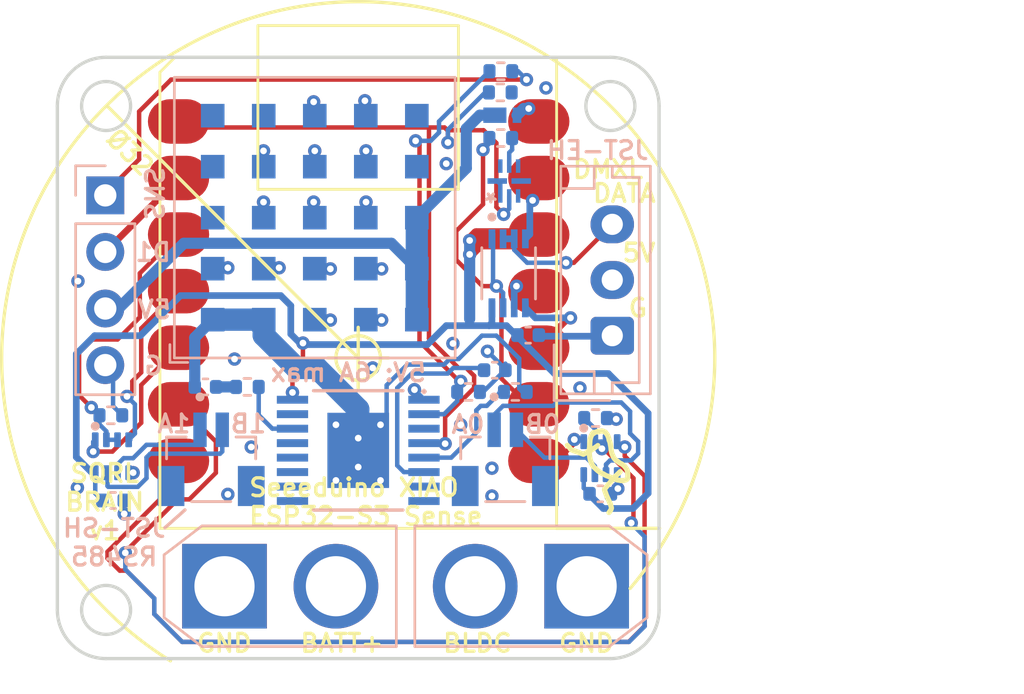
<source format=kicad_pcb>
(kicad_pcb (version 20221018) (generator pcbnew)
  (title_block (title "Squirrel Brain") (date "2024-01-02") (rev "1") (company "Christopher Xu"))
  (layers (0 "F.Cu" signal) (31 "B.Cu" signal) (34 "B.Paste" user) (35 "F.Paste" user) (36 "B.SilkS" user "B.Silkscreen") (37 "F.SilkS" user "F.Silkscreen") (38 "B.Mask" user) (39 "F.Mask" user) (44 "Edge.Cuts" user))
  (net 0 "")
  (net 1 "/UART1_DE")
  (net 2 "/UART1_TX")
  (net 3 "/UART1_RX")
  (net 4 "/UART0_DE")
  (net 5 "/UART0_TX")
  (net 6 "/UART0_RX")
  (net 7 "/UART2_DE")
  (net 8 "+3V3")
  (net 9 "GND")
  (net 10 "+5V")
  (net 11 "Net-(U2-SEL1)")
  (net 12 "Net-(U2-ILIM)")
  (net 14 "+BATT")
  (net 15 "/RS485_0A")
  (net 16 "/RS485_0B")
  (net 17 "/RS485_1A")
  (net 18 "/RS485_1B")
  (net 19 "Net-(D1-K)")
  (net 21 "/DMXL_DATA")
  (net 22 "/UART2_TX")
  (net 23 "/UART2_RX")
  (net 31 "/SNS")
  (net 32 "/MOTOR_ON")
  (net 33 "+5VP")
  (net 36 "/GPIO1")
  (net 37 "Net-(J5-Pin_2)")
  (net 38 "Net-(J6-Pin_1)")
  (footprint "LOGO" (layer "F.Cu") (at 60.75 55.1)
    (fp_text reference "G***" hide)
    (fp_text value "LOGO" hide)
  )
  (footprint "squirrelbrain:XIAO-ESP32S3-2.54-21X17.8MM" (layer "F.Cu") (at 50 36.5)
    (fp_text reference "U4" hide)
    (fp_text value "SEEEDUINO-XIAO-ESP32S3" hide)
  )
  (footprint "Resistor_SMD:R_0402_1005Metric" (layer "B.Cu") (at 56.4 37.125)
    (fp_text reference "R8" hide)
    (fp_text value "10k")
  )
  (footprint "Resistor_SMD:R_0402_1005Metric" (layer "B.Cu") (at 56.375 38.075 180)
    (fp_text reference "R4" hide)
    (fp_text value "10k")
  )
  (footprint "Capacitor_SMD:C_0402_1005Metric" (layer "B.Cu") (at 39 56.4)
    (fp_text reference "C5" hide)
    (fp_text value "100nF")
  )
  (footprint "Capacitor_SMD:C_0402_1005Metric" (layer "B.Cu") (at 56.125 50.55)
    (fp_text reference "C2" hide)
    (fp_text value "100nF")
  )
  (footprint "Connector_PinSocket_2.54mm:PinSocket_1x04_P2.54mm_Vertical" (layer "B.Cu") (at 38.65 42.7 180)
    (fp_text reference "J6" hide)
    (fp_text value "GPIO1")
  )
  (footprint "Resistor_SMD:R_0402_1005Metric" (layer "B.Cu") (at 60.65 52.7 180)
    (fp_text reference "R5" hide)
    (fp_text value "10k")
  )
  (footprint "squirrelbrain:TPS22992S" (layer "B.Cu") (at 56.775001 42.0543)
    (fp_text reference "U3" hide)
    (fp_text value "TPS22992SRXNR")
  )
  (footprint "squirrelbrain:SN74LVC2G125DCU" (layer "B.Cu") (at 56.75 46.2 -90)
    (fp_text reference "U6" hide)
    (fp_text value "SN74LVC2G125DCUR")
  )
  (footprint "Resistor_SMD:R_0402_1005Metric" (layer "B.Cu") (at 54.95 51.525 180)
    (fp_text reference "R1" hide)
    (fp_text value "1k")
  )
  (footprint "squirrelbrain:JST_BM02B-SRSS-TB_LF__SN_" (layer "B.Cu") (at 56.6 55.75)
    (fp_text reference "J1" hide)
    (fp_text value "BM02B-SRSS-TB_LF__SN_")
  )
  (footprint "Resistor_SMD:R_0402_1005Metric" (layer "B.Cu") (at 38.9 52.575 180)
    (fp_text reference "R7" hide)
    (fp_text value "10k")
  )
  (footprint "squirrelbrain:AMASS_XT30U-F_1x02_P5.0mm_Vertical" (layer "B.Cu") (at 60.25 60.25 180)
    (fp_text reference "J5" hide)
    (fp_text value "BLDC_PWR")
  )
  (footprint "squirrelbrain:JST_BM02B-SRSS-TB_LF__SN_" (layer "B.Cu") (at 43.4 55.75)
    (fp_text reference "J3" hide)
    (fp_text value "BM02B-SRSS-TB_LF__SN_")
  )
  (footprint "Resistor_SMD:R_0402_1005Metric" (layer "B.Cu") (at 57.05 51.525)
    (fp_text reference "R3" hide)
    (fp_text value "10k")
  )
  (footprint "squirrelbrain:THVD1420DRLR_SOT-585" (layer "B.Cu") (at 60.870052 54.5 -90)
    (fp_text reference "U5" hide)
    (fp_text value "THVD1420DRLR")
  )
  (footprint "Capacitor_SMD:C_0402_1005Metric" (layer "B.Cu") (at 57.625 48.975)
    (fp_text reference "C3" hide)
    (fp_text value "100nF")
  )
  (footprint "Capacitor_SMD:C_0402_1005Metric" (layer "B.Cu") (at 43.145 51.3)
    (fp_text reference "C1" hide)
    (fp_text value "100nF")
  )
  (footprint "Capacitor_SMD:C_0402_1005Metric" (layer "B.Cu") (at 60.86 56.1)
    (fp_text reference "C4" hide)
    (fp_text value "100nF")
  )
  (footprint "squirrelbrain:SDM2U30CSP-7" (layer "B.Cu") (at 56.45 39.1 180)
    (fp_text reference "D1" hide)
    (fp_text value "SDM2U30CSP" hide)
  )
  (footprint "Resistor_SMD:R_0402_1005Metric" (layer "B.Cu") (at 56.3959 40.125 180)
    (fp_text reference "R6" hide)
    (fp_text value "10k")
  )
  (footprint "squirrelbrain:TPS1HB08" (layer "B.Cu") (at 50 54.15 180)
    (fp_text reference "U2" hide)
    (fp_text value "TPS1HB08BQPWPRQ1")
  )
  (footprint "squirrelbrain:THVD1420DRLR_SOT-585" (layer "B.Cu") (at 38.95 54.414999 -90)
    (fp_text reference "U7" hide)
    (fp_text value "THVD1420DRLR")
  )
  (footprint "Converter_DCDC:Converter_DCDC_RECOM_RPMx.x-x.0" (layer "B.Cu") (at 48.05 43.7)
    (fp_text reference "U1" hide)
    (fp_text value "RPM5.0-6.0")
  )
  (footprint "Connector_JST:JST_EH_B3B-EH-A_1x03_P2.50mm_Vertical" (layer "B.Cu") (at 61.4 49 90)
    (fp_text reference "J2" hide)
    (fp_text value "Conn_01x03")
  )
  (footprint "squirrelbrain:AMASS_XT30U-M_1x02_P5.0mm_Vertical" (layer "B.Cu") (at 44 60.25)
    (fp_text reference "J4" hide)
    (fp_text value "BATT")
  )
  (footprint "Resistor_SMD:R_0402_1005Metric" (layer "B.Cu") (at 45.025 51.3)
    (fp_text reference "R2" hide)
    (fp_text value "10k")
  )
  (gr_line (start 41.325 57.625) (end 42.225 56.825) (stroke (width 0.15)) (layer "B.SilkS"))
  (gr_circle (center 50 50.000001) (end 51 50.000001) (stroke (width 0.15)) (fill none) (layer "F.SilkS"))
  (gr_line (start 38.725 38.675) (end 50 50.000001) (stroke (width 0.15)) (layer "F.SilkS"))
  (gr_arc (start 41.57464 63.600581) (mid 47.509308 34.196238) (end 62.2 60.35) (stroke (width 0.15)) (layer "F.SilkS"))
  (gr_line (start 48.6375 50.000001) (end 51.3625 50.000001) (stroke (width 0.15)) (layer "F.SilkS"))
  (gr_line (start 50 48.625) (end 50 51.35) (stroke (width 0.15)) (layer "F.SilkS"))
  (gr_line (start 58.9025 57.65) (end 63.525 57.65) (stroke (width 0.15)) (layer "F.SilkS"))
  (gr_line locked (start 63.5 61.313708) (end 63.5 38.686292) (stroke (width 0.15)) (layer "Edge.Cuts"))
  (gr_circle locked (center 61.313708 38.686292) (end 62.413708 38.686292) (stroke (width 0.15)) (fill none) (layer "Edge.Cuts"))
  (gr_arc locked (start 38.686292 63.5) (mid 37.140352 62.859648) (end 36.5 61.313708) (stroke (width 0.15)) (layer "Edge.Cuts"))
  (gr_arc locked (start 36.5 38.686292) (mid 37.140352 37.140352) (end 38.686292 36.5) (stroke (width 0.15)) (layer "Edge.Cuts"))
  (gr_line locked (start 61.313708 36.5) (end 38.686292 36.5) (stroke (width 0.15)) (layer "Edge.Cuts"))
  (gr_arc locked (start 63.5 61.313708) (mid 62.859648 62.859648) (end 61.313708 63.5) (stroke (width 0.15)) (layer "Edge.Cuts"))
  (gr_circle locked (center 38.686292 38.686292) (end 39.786292 38.686292) (stroke (width 0.15)) (fill none) (layer "Edge.Cuts"))
  (gr_line locked (start 38.686292 63.5) (end 61.313708 63.5) (stroke (width 0.15)) (layer "Edge.Cuts"))
  (gr_line locked (start 36.5 38.686292) (end 36.5 61.313708) (stroke (width 0.15)) (layer "Edge.Cuts"))
  (gr_arc locked (start 61.313708 36.5) (mid 62.859648 37.140352) (end 63.5 38.686292) (stroke (width 0.15)) (layer "Edge.Cuts"))
  (gr_circle locked (center 38.686292 61.313708) (end 39.786292 61.313708) (stroke (width 0.15)) (fill none) (layer "Edge.Cuts"))
  (gr_text "5V: 6A max" (at 53.125 51.125) (layer "B.SilkS") (effects (font (size 0.8 0.8)) (justify left bottom mirror)))
  (gr_text "JST-EH" (at 63.11 41.15) (layer "B.SilkS") (effects (font (size 0.8 0.8)) (justify left bottom mirror)))
  (gr_text "1B" (at 45.95 53.425) (layer "B.SilkS") (effects (font (size 0.8 0.8)) (justify left bottom mirror)))
  (gr_text "5V" (at 41.675 48.3) (layer "B.SilkS") (effects (font (size 0.8 0.8)) (justify left bottom mirror)))
  (gr_text "JST-SH\nRS485" (at 39.05 59.4) (layer "B.SilkS") (effects (font (size 0.8 0.8)) (justify bottom mirror)))
  (gr_text "SNS" (at 40.35 43.9 -90) (layer "B.SilkS") (effects (font (size 0.8 0.8)) (justify left bottom mirror)))
  (gr_text "D1" (at 41.675 45.725) (layer "B.SilkS") (effects (font (size 0.8 0.8)) (justify left bottom mirror)))
  (gr_text "0B" (at 59.15 53.45) (layer "B.SilkS") (effects (font (size 0.8 0.8)) (justify left bottom mirror)))
  (gr_text "G" (at 41.325 50.825) (layer "B.SilkS") (effects (font (size 0.8 0.8)) (justify left bottom mirror)))
  (gr_text "0A" (at 55.75 53.45) (layer "B.SilkS") (effects (font (size 0.8 0.8)) (justify left bottom mirror)))
  (gr_text "1A" (at 42.55 53.425) (layer "B.SilkS") (effects (font (size 0.8 0.8)) (justify left bottom mirror)))
  (gr_text "GND" (at 42.675 63.275) (layer "F.SilkS") (effects (font (size 0.8 0.8)) (justify left bottom)))
  (gr_text "GND" (at 58.925 63.275) (layer "F.SilkS") (effects (font (size 0.8 0.8)) (justify left bottom)))
  (gr_text "DMXL" (at 59.55 42) (layer "F.SilkS") (effects (font (size 0.8 0.8)) (justify left bottom)))
  (gr_text "G" (at 62.05 48.225) (layer "F.SilkS") (effects (font (size 0.8 0.8)) (justify left bottom)))
  (gr_text "5V" (at 61.775 45.75) (layer "F.SilkS") (effects (font (size 0.8 0.8)) (justify left bottom)))
  (gr_text "Ø32" (at 39.425 41.1 315) (layer "F.SilkS") (effects (font (size 0.8 0.8)) (justify bottom)))
  (gr_text "DATA" (at 60.45 43.075) (layer "F.SilkS") (effects (font (size 0.8 0.8)) (justify left bottom)))
  (gr_text "BATT+" (at 47.325 63.275) (layer "F.SilkS") (effects (font (size 0.8 0.8)) (justify left bottom)))
  (gr_text "SQRL\nBRAIN\nv1" (at 38.625 58.225) (layer "F.SilkS") (effects (font (size 0.8 0.8)) (justify bottom)))
  (gr_text "Seeeduino XIAO\nESP32-S3 Sense" (at 45.025 57.575) (layer "F.SilkS") (effects (font (size 0.8 0.8)) (justify left bottom)))
  (gr_text "BLDC" (at 53.725 63.275) (layer "F.SilkS") (effects (font (size 0.8 0.8)) (justify left bottom)))
  (segment (start 37.475 51.675) (end 37.475 49.768654) (width 0.2) (layer "F.Cu") (net 1))
  (segment (start 39.201814 49.17) (end 40.2 48.171814) (width 0.2) (layer "F.Cu") (net 1))
  (segment (start 40.2 46.1975) (end 41.9375 44.46) (width 0.2) (layer "F.Cu") (net 1))
  (segment (start 38.073654 49.17) (end 39.201814 49.17) (width 0.2) (layer "F.Cu") (net 1))
  (segment (start 40.2 48.171814) (end 40.2 46.1975) (width 0.2) (layer "F.Cu") (net 1))
  (segment (start 37.475 49.768654) (end 38.073654 49.17) (width 0.2) (layer "F.Cu") (net 1))
  (segment (start 38.025 52.225) (end 37.475 51.675) (width 0.2) (layer "F.Cu") (net 1))
  (via (at 38.025 52.225) (size 0.6) (drill 0.3) (layers "F.Cu" "B.Cu") (net 1))
  (segment (start 38.7 53.295024) (end 38.7 53.674999) (width 0.2) (layer "B.Cu") (net 1))
  (segment (start 39.2 53.674999) (end 38.7 53.674999) (width 0.2) (layer "B.Cu") (net 1))
  (segment (start 38.39 52.985024) (end 38.7 53.295024) (width 0.2) (layer "B.Cu") (net 1))
  (segment (start 38.39 52.575) (end 38.39 52.985024) (width 0.2) (layer "B.Cu") (net 1))
  (segment (start 39.8625 51.4875) (end 39.8625 51.049314) (width 0.2) (layer "F.Cu") (net 2))
  (segment (start 39.625 51.725) (end 39.8625 51.4875) (width 0.2) (layer "F.Cu") (net 2))
  (segment (start 40.2625 48.675) (end 41.9375 47) (width 0.2) (layer "F.Cu") (net 2))
  (segment (start 39.8625 51.049314) (end 40.2625 50.649314) (width 0.2) (layer "F.Cu") (net 2))
  (segment (start 40.2625 50.649314) (end 40.2625 48.675) (width 0.2) (layer "F.Cu") (net 2))
  (via (at 39.625 51.725) (size 0.6) (drill 0.3) (layers "F.Cu" "B.Cu") (net 2))
  (segment (start 39.98 53.394999) (end 39.7 53.674999) (width 0.2) (layer "B.Cu") (net 2))
  (segment (start 39.625 51.725) (end 39.98 52.08) (width 0.2) (layer "B.Cu") (net 2))
  (segment (start 39.7 53.674999) (end 39.775001 53.674999) (width 0.2) (layer "B.Cu") (net 2))
  (segment (start 39.98 52.08) (end 39.98 53.394999) (width 0.2) (layer "B.Cu") (net 2))
  (segment (start 38.970859 54.204141) (end 40.2625 52.9125) (width 0.2) (layer "F.Cu") (net 3))
  (segment (start 40.2625 51.215) (end 41.9375 49.54) (width 0.2) (layer "F.Cu") (net 3))
  (segment (start 38.107714 54.204141) (end 38.970859 54.204141) (width 0.2) (layer "F.Cu") (net 3))
  (segment (start 40.2625 52.9125) (end 40.2625 51.215) (width 0.2) (layer "F.Cu") (net 3))
  (via (at 38.107714 54.204141) (size 0.6) (drill 0.3) (layers "F.Cu" "B.Cu") (net 3))
  (segment (start 38.107714 54.204141) (end 38.107714 53.767285) (width 0.2) (layer "B.Cu") (net 3))
  (segment (start 38.107714 53.767285) (end 38.2 53.674999) (width 0.2) (layer "B.Cu") (net 3))
  (segment (start 41.9375 52.08) (end 43.6125 53.755) (width 0.2) (layer "F.Cu") (net 4))
  (segment (start 62.35 55.4) (end 61.024974 54.074974) (width 0.2) (layer "F.Cu") (net 4))
  (segment (start 39.5495 58.7005) (end 39.5495 58.75) (width 0.2) (layer "F.Cu") (net 4))
  (segment (start 62.35 57.3095) (end 62.35 55.4) (width 0.2) (layer "F.Cu") (net 4))
  (segment (start 62.25 57.4095) (end 62.35 57.3095) (width 0.2) (layer "F.Cu") (net 4))
  (segment (start 61.024974 54.074974) (end 60.935026 54.074974) (width 0.2) (layer "F.Cu") (net 4))
  (segment (start 41.9 56.35) (end 39.5495 58.7005) (width 0.2) (layer "F.Cu") (net 4))
  (segment (start 43.6125 53.755) (end 43.6125 55.158478) (width 0.2) (layer "F.Cu") (net 4))
  (segment (start 42.420978 56.35) (end 41.9 56.35) (width 0.2) (layer "F.Cu") (net 4))
  (segment (start 43.6125 55.158478) (end 42.420978 56.35) (width 0.2) (layer "F.Cu") (net 4))
  (via (at 62.25 57.4095) (size 0.6) (drill 0.3) (layers "F.Cu" "B.Cu") (net 4))
  (via (at 39.5495 58.75) (size 0.6) (drill 0.3) (layers "F.Cu" "B.Cu") (net 4))
  (via (at 60.935026 54.074974) (size 0.6) (drill 0.3) (layers "F.Cu" "B.Cu") (net 4))
  (segment (start 62.25 57.422313) (end 62.85 58.022313) (width 0.2) (layer "B.Cu") (net 4))
  (segment (start 62.85 62.05) (end 62.15 62.75) (width 0.2) (layer "B.Cu") (net 4))
  (segment (start 60.935026 53.785026) (end 60.91 53.76) (width 0.2) (layer "B.Cu") (net 4))
  (segment (start 39.5495 59.4995) (end 39.5495 58.75) (width 0.2) (layer "B.Cu") (net 4))
  (segment (start 42.1 62.75) (end 40.85 61.5) (width 0.2) (layer "B.Cu") (net 4))
  (segment (start 60.935026 54.074974) (end 60.935026 53.785026) (width 0.2) (layer "B.Cu") (net 4))
  (segment (start 60.91 53.76) (end 60.620052 53.76) (width 0.2) (layer "B.Cu") (net 4))
  (segment (start 62.85 58.022313) (end 62.85 62.05) (width 0.2) (layer "B.Cu") (net 4))
  (segment (start 61.120052 53.76) (end 60.91 53.76) (width 0.2) (layer "B.Cu") (net 4))
  (segment (start 62.15 62.75) (end 42.1 62.75) (width 0.2) (layer "B.Cu") (net 4))
  (segment (start 62.25 57.4095) (end 62.25 57.422313) (width 0.2) (layer "B.Cu") (net 4))
  (segment (start 40.85 60.8) (end 39.5495 59.4995) (width 0.2) (layer "B.Cu") (net 4))
  (segment (start 40.85 61.5) (end 40.85 60.8) (width 0.2) (layer "B.Cu") (net 4))
  (segment (start 60.620052 53.76) (end 60.620052 53.180052) (width 0.2) (layer "B.Cu") (net 4))
  (segment (start 60.620052 53.180052) (end 60.14 52.7) (width 0.2) (layer "B.Cu") (net 4))
  (segment (start 41.9375 54.62) (end 41.8 54.7575) (width 0.2) (layer "F.Cu") (net 5))
  (segment (start 62.85 55.3) (end 61.96 54.41) (width 0.2) (layer "F.Cu") (net 5))
  (segment (start 38.75 58.700971) (end 38.75 59) (width 0.2) (layer "F.Cu") (net 5))
  (segment (start 62.85 62.038623) (end 62.85 55.3) (width 0.2) (layer "F.Cu") (net 5))
  (segment (start 38.75 59) (end 39.3 59.55) (width 0.2) (layer "F.Cu") (net 5))
  (segment (start 42.1 62.75) (end 62.138623 62.75) (width 0.2) (layer "F.Cu") (net 5))
  (segment (start 40.85 61.5) (end 42.1 62.75) (width 0.2) (layer "F.Cu") (net 5))
  (segment (start 41.8 55.650971) (end 38.75 58.700971) (width 0.2) (layer "F.Cu") (net 5))
  (segment (start 41.8 54.7575) (end 41.8 55.650971) (width 0.2) (layer "F.Cu") (net 5))
  (segment (start 40.85 60.8) (end 40.85 61.5) (width 0.2) (layer "F.Cu") (net 5))
  (segment (start 61.96 54.41) (end 61.96 54) (width 0.2) (layer "F.Cu") (net 5))
  (segment (start 39.3 59.55) (end 39.6 59.55) (width 0.2) (layer "F.Cu") (net 5))
  (segment (start 39.6 59.55) (end 40.85 60.8) (width 0.2) (layer "F.Cu") (net 5))
  (segment (start 62.138623 62.75) (end 62.85 62.038623) (width 0.2) (layer "F.Cu") (net 5))
  (via (at 61.96 54) (size 0.6) (drill 0.3) (layers "F.Cu" "B.Cu") (net 5))
  (segment (start 58.1025 54.62) (end 58.868714 54.62) (width 0.2) (layer "F.Cu") (net 6))
  (segment (start 58.928766 54.62) (end 59.886163 53.662603) (width 0.2) (layer "F.Cu") (net 6))
  (via (at 59.696163 53.662603) (size 0.6) (drill 0.3) (layers "F.Cu" "B.Cu") (net 6))
  (segment (start 59.696163 53.662603) (end 60.022655 53.662603) (width 0.2) (layer "B.Cu") (net 6))
  (segment (start 60.022655 53.662603) (end 60.120052 53.76) (width 0.2) (layer "B.Cu") (net 6))
  (segment (start 56.4275 47.0025) (end 56.2 46.775) (width 0.2) (layer "F.Cu") (net 7))
  (segment (start 58.1025 52.08) (end 57.581471 52.08) (width 0.2) (layer "F.Cu") (net 7))
  (segment (start 54.4 44.3) (end 55.6 43.1) (width 0.2) (layer "F.Cu") (net 7))
  (segment (start 55.6 43.1) (end 55.6 40.65) (width 0.2) (layer "F.Cu") (net 7))
  (segment (start 56.2 46.775) (end 55.576471 46.775) (width 0.2) (layer "F.Cu") (net 7))
  (segment (start 54.4 45.598529) (end 54.4 44.3) (width 0.2) (layer "F.Cu") (net 7))
  (segment (start 55.576471 46.775) (end 54.4 45.598529) (width 0.2) (layer "F.Cu") (net 7))
  (segment (start 56.4275 50.926029) (end 56.4275 47.0025) (width 0.2) (layer "F.Cu") (net 7))
  (segment (start 57.581471 52.08) (end 56.4275 50.926029) (width 0.2) (layer "F.Cu") (net 7))
  (via (at 55.6 40.65) (size 0.6) (drill 0.3) (layers "F.Cu" "B.Cu") (net 7))
  (via (at 56.2 46.775) (size 0.6) (drill 0.3) (layers "F.Cu" "B.Cu") (net 7))
  (segment (start 56.5 47.075) (end 56.5 47.475) (width 0.2) (layer "B.Cu") (net 7))
  (segment (start 56 44.375) (end 56.05 44.425) (width 0.2) (layer "B.Cu") (net 7))
  (segment (start 55.8859 40) (end 55.8859 40.3641) (width 0.2) (layer "B.Cu") (net 7))
  (segment (start 56.05 46.625) (end 56.5 47.075) (width 0.2) (layer "B.Cu") (net 7))
  (segment (start 56.05 44.425) (end 56.05 46.625) (width 0.2) (layer "B.Cu") (net 7))
  (segment (start 55.8859 40.3641) (end 55.6 40.65) (width 0.2) (layer "B.Cu") (net 7))
  (segment (start 55.475 44.875) (end 57.6875 44.875) (width 0.5) (layer "F.Cu") (net 8))
  (segment (start 55 44.725) (end 55.3 44.425) (width 0.5) (layer "F.Cu") (net 8))
  (segment (start 47.05 50.65) (end 47.519254 50.180746) (width 0.2) (layer "F.Cu") (net 8))
  (segment (start 55 45.35) (end 55.475 44.875) (width 0.5) (layer "F.Cu") (net 8))
  (segment (start 58.0675 44.425) (end 58.1025 44.46) (width 0.5) (layer "F.Cu") (net 8))
  (segment (start 47.519254 50.180746) (end 47.519254 49.330746) (width 0.2) (layer "F.Cu") (net 8))
  (segment (start 47.05 51.55) (end 47.05 50.65) (width 0.2) (layer "F.Cu") (net 8))
  (segment (start 57.6875 44.875) (end 58.1025 44.46) (width 0.5) (layer "F.Cu") (net 8))
  (segment (start 55.3 44.425) (end 58.0675 44.425) (width 0.5) (layer "F.Cu") (net 8))
  (via (at 47.519254 49.330746) (size 0.6) (drill 0.3) (layers "F.Cu" "B.Cu") (net 8))
  (via (at 55 44.725) (size 0.6) (drill 0.3) (layers "F.Cu" "B.Cu") (net 8))
  (via (at 55 45.35) (size 0.6) (drill 0.3) (layers "F.Cu" "B.Cu") (net 8))
  (via (at 47.05 51.55) (size 0.6) (drill 0.3) (layers "F.Cu" "B.Cu") (net 8))
  (segment (start 63.01 52.485) (end 61.225 50.7) (width 0.3) (layer "B.Cu") (net 8))
  (segment (start 47.45 49.4) (end 46.975 48.925) (width 0.3) (layer "B.Cu") (net 8))
  (segment (start 60.997035 56.76) (end 62.325031 56.76) (width 0.3) (layer "B.Cu") (net 8))
  (segment (start 37.35 54.45) (end 38.054999 55.154999) (width 0.3) (layer "B.Cu") (net 8))
  (segment (start 53.1 49.4) (end 47.45 49.4) (width 0.3) (layer "B.Cu") (net 8))
  (segment (start 38.2 56.08) (end 38.2 55.154999) (width 0.2) (layer "B.Cu") (net 8))
  (segment (start 55.875 48.55) (end 53.95 48.55) (width 0.3) (layer "B.Cu") (net 8))
  (segment (start 56 48.425) (end 55.875 48.55) (width 0.3) (layer "B.Cu") (net 8))
  (segment (start 61.225 50.7) (end 58.805761 50.7) (width 0.3) (layer "B.Cu") (net 8))
  (segment (start 40.225 49) (end 38.172943 49) (width 0.3) (layer "B.Cu") (net 8))
  (segment (start 58.805761 50.7) (end 56.655761 48.55) (width 0.3) (layer "B.Cu") (net 8))
  (segment (start 38.054999 55.154999) (end 38.2 55.154999) (width 0.3) (layer "B.Cu") (net 8))
  (segment (start 60.38 56.1) (end 60.38 56.142965) (width 0.3) (layer "B.Cu") (net 8))
  (segment (start 60.38 56.142965) (end 60.997035 56.76) (width 0.3) (layer "B.Cu") (net 8))
  (segment (start 60.120052 55.840052) (end 60.120052 55.24) (width 0.2) (layer "B.Cu") (net 8))
  (segment (start 56 47.475) (end 56 48.425) (width 0.3) (layer "B.Cu") (net 8))
  (segment (start 56.655761 48.55) (end 55.875 48.55) (width 0.3) (layer "B.Cu") (net 8))
  (segment (start 53.95 48.55) (end 53.1 49.4) (width 0.3) (layer "B.Cu") (net 8))
  (segment (start 42.025 47.2) (end 40.225 49) (width 0.3) (layer "B.Cu") (net 8))
  (segment (start 38.172943 49) (end 37.35 49.822943) (width 0.3) (layer "B.Cu") (net 8))
  (segment (start 37.35 49.822943) (end 37.35 54.45) (width 0.3) (layer "B.Cu") (net 8))
  (segment (start 38.52 56.4) (end 38.2 56.08) (width 0.2) (layer "B.Cu") (net 8))
  (segment (start 60.38 56.1) (end 60.120052 55.840052) (width 0.2) (layer "B.Cu") (net 8))
  (segment (start 46.525 47.2) (end 42.025 47.2) (width 0.3) (layer "B.Cu") (net 8))
  (segment (start 47.050052 51.550052) (end 47.05 51.55) (width 0.2) (layer "B.Cu") (net 8))
  (segment (start 55 45.35) (end 55 44.725) (width 0.5) (layer "B.Cu") (net 8))
  (segment (start 46.975 48.925) (end 46.975 47.65) (width 0.3) (layer "B.Cu") (net 8))
  (segment (start 46.975 47.65) (end 46.525 47.2) (width 0.3) (layer "B.Cu") (net 8))
  (segment (start 62.325031 56.76) (end 63.01 56.075031) (width 0.3) (layer "B.Cu") (net 8))
  (segment (start 55 45.35) (end 55 48.25) (width 0.5) (layer "B.Cu") (net 8))
  (segment (start 63.01 56.075031) (end 63.01 52.485) (width 0.3) (layer "B.Cu") (net 8))
  (segment (start 47.050052 51.875001) (end 47.050052 51.550052) (width 0.2) (layer "B.Cu") (net 8))
  (segment (start 58.1025 42.009962) (end 58.1025 41.92) (width 0.3) (layer "F.Cu") (net 9))
  (segment (start 57.825 42.925) (end 58.1025 42.009962) (width 0.3) (layer "F.Cu") (net 9))
  (via (at 37.425 46.55) (size 0.6) (drill 0.3) (layers "F.Cu" "B.Cu") (net 9))
  (via (at 39.5 57) (size 0.6) (drill 0.3) (layers "F.Cu" "B.Cu") (net 9))
  (via (at 46.45 45.95) (size 0.6) (drill 0.3) (layers "F.Cu" "B.Cu") (net 9))
  (via (at 52.523911 51.423911) (size 0.6) (drill 0.3) (layers "F.Cu" "B.Cu") (net 9))
  (via (at 54.6 53) (size 0.6) (drill 0.3) (layers "F.Cu" "B.Cu") (net 9))
  (via (at 50.65 50.45) (size 0.6) (drill 0.3) (layers "F.Cu" "B.Cu") (net 9))
  (via (at 53.95 41.275) (size 0.6) (drill 0.3) (layers "F.Cu" "B.Cu") (net 9))
  (via (at 39.9 55.15) (size 0.6) (drill 0.3) (layers "F.Cu" "B.Cu") (net 9))
  (via (at 57.825 42.925) (size 0.6) (drill 0.3) (layers "F.Cu" "B.Cu") (net 9))
  (via (at 50.35 40.7) (size 0.6) (drill 0.3) (layers "F.Cu" "B.Cu") (net 9))
  (via (at 37.4 55.825) (size 0.6) (drill 0.3) (layers "F.Cu" "B.Cu") (net 9))
  (via (at 45.75 43) (size 0.6) (drill 0.3) (layers "F.Cu" "B.Cu") (net 9))
  (via (at 56 56.2) (size 0.6) (drill 0.3) (layers "F.Cu" "B.Cu") (net 9))
  (via (at 51.05 48.3) (size 0.6) (drill 0.3) (layers "F.Cu" "B.Cu") (net 9))
  (via (at 61.5755 52.748911) (size 0.6) (drill 0.3) (layers "F.Cu" "B.Cu") (net 9))
  (via (at 50.3 38.45) (size 0.6) (drill 0.3) (layers "F.Cu" "B.Cu") (net 9))
  (via (at 48.75 46) (size 0.6) (drill 0.3) (layers "F.Cu" "B.Cu") (net 9))
  (via (at 44.15 56.125) (size 0.6) (drill 0.3) (layers "F.Cu" "B.Cu") (net 9))
  (via (at 48.05 40.7) (size 0.6) (drill 0.3) (layers "F.Cu" "B.Cu") (net 9))
  (via (at 54.25 49.35) (size 0.6) (drill 0.3) (layers "F.Cu" "B.Cu") (net 9))
  (via (at 58.425 37.875) (size 0.6) (drill 0.3) (layers "F.Cu" "B.Cu") (net 9))
  (via (at 56 54.95) (size 0.6) (drill 0.3) (layers "F.Cu" "B.Cu") (net 9))
  (via (at 51.05 46) (size 0.6) (drill 0.3) (layers "F.Cu" "B.Cu") (net 9))
  (via (at 48 43) (size 0.6) (drill 0.3) (layers "F.Cu" "B.Cu") (net 9))
  (via (at 50.35 43) (size 0.6) (drill 0.3) (layers "F.Cu" "B.Cu") (net 9))
  (via (at 61.650929 55.866022) (size 0.6) (drill 0.3) (layers "F.Cu" "B.Cu") (net 9))
  (via (at 44.45 50.05) (size 0.6) (drill 0.3) (layers "F.Cu" "B.Cu") (net 9))
  (via (at 45.2 54) (size 0.6) (drill 0.3) (layers "F.Cu" "B.Cu") (net 9))
  (via (at 45.75 40.7) (size 0.6) (drill 0.3) (layers "F.Cu" "B.Cu") (net 9))
  (via (at 59.95 51.35) (size 0.6) (drill 0.3) (layers "F.Cu" "B.Cu") (net 9))
  (via (at 55.8 49.7) (size 0.6) (drill 0.3) (layers "F.Cu" "B.Cu") (net 9))
  (via (at 48.75 48.3) (size 0.6) (drill 0.3) (layers "F.Cu" "B.Cu") (net 9))
  (via (at 44.15 45.95) (size 0.6) (drill 0.3) (layers "F.Cu" "B.Cu") (net 9))
  (via (at 48 38.5) (size 0.6) (drill 0.3) (layers "F.Cu" "B.Cu") (net 9))
  (segment (start 58.155 49.025) (end 61.375 49.025) (width 0.3) (layer "B.Cu") (net 9))
  (segment (start 57.7 44.45) (end 57.7 43.05) (width 0.3) (layer "B.Cu") (net 9))
  (segment (start 61.5755 52.748911) (end 61.526589 52.7) (width 0.2) (layer "B.Cu") (net 9))
  (segment (start 61.620052 55.819948) (end 61.620052 55.24) (width 0.2) (layer "B.Cu") (net 9))
  (segment (start 61.34 56.1) (end 61.620052 55.819948) (width 0.2) (layer "B.Cu") (net 9))
  (segment (start 52.949948 51.849948) (end 52.523911 51.423911) (width 0.2) (layer "B.Cu") (net 9))
  (segment (start 56.775001 41.3836) (end 56.775 40.781201) (width 0.2) (layer "B.Cu") (net 9))
  (segment (start 61.375 49.025) (end 61.4 49) (width 0.3) (layer "B.Cu") (net 9))
  (segment (start 56.9059 40.650301) (end 56.9059 40) (width 0.2) (layer "B.Cu") (net 9))
  (segment (start 56.605 50.525) (end 56.605 50.255) (width 0.2) (layer "B.Cu") (net 9))
  (segment (start 39.41 52.575) (end 39 52.165) (width 0.2) (layer "B.Cu") (net 9))
  (segment (start 56.775 40.781201) (end 56.9059 40.650301) (width 0.2) (layer "B.Cu") (net 9))
  (segment (start 57.5 44.65) (end 57.7 44.45) (width 0.3) (layer "B.Cu") (net 9))
  (segment (start 57.7 43.05) (end 57.825 42.925) (width 0.3) (layer "B.Cu") (net 9))
  (segment (start 55.46 51.525) (end 55.605 51.525) (width 0.2) (layer "B.Cu") (net 9))
  (segment (start 39 50.77) (end 38.55 50.32) (width 0.2) (layer "B.Cu") (net 9))
  (segment (start 56.605 50.505) (end 55.8 49.7) (width 0.2) (layer "B.Cu") (net 9))
  (segment (start 43.625 51.3) (end 44.515 51.3) (width 0.5) (layer "B.Cu") (net 9))
  (segment (start 58.105 48.975) (end 58.155 49.025) (width 0.3) (layer "B.Cu") (net 9))
  (segment (start 39.9 55.15) (end 39.7 55.15) (width 0.2) (layer "B.Cu") (net 9))
  (segment (start 61.34 56.1) (end 61.416951 56.1) (width 0.2) (layer "B.Cu") (net 9))
  (segment (start 56.605 50.55) (end 56.605 50.505) (width 0.2) (layer "B.Cu") (net 9))
  (segment (start 55.605 51.525) (end 56.605 50.525) (width 0.2) (layer "B.Cu") (net 9))
  (segment (start 52.949948 51.875001) (end 52.949948 51.849948) (width 0.2) (layer "B.Cu") (net 9))
  (segment (start 61.526589 52.7) (end 61.16 52.7) (width 0.2) (layer "B.Cu") (net 9))
  (segment (start 39 52.165) (end 39 50.77) (width 0.2) (layer "B.Cu") (net 9))
  (segment (start 39.7 55.15) (end 39.7 55.154999) (width 0.2) (layer "B.Cu") (net 9))
  (segment (start 61.416951 56.1) (end 61.650929 55.866022) (width 0.2) (layer "B.Cu") (net 9))
  (segment (start 51.49 44.85) (end 52.63 45.99) (width 0.5) (layer "B.Cu") (net 10))
  (segment (start 52.63 48.28) (end 52.63 43.7) (width 1) (layer "B.Cu") (net 10))
  (segment (start 56.375002 42.725) (end 56.375002 42.19085) (width 0.2) (layer "B.Cu") (net 10))
  (segment (start 54.85 41.48) (end 52.63 43.7) (width 0.5) (layer "B.Cu") (net 10))
  (segment (start 55.452818 39.1) (end 54.85 39.702818) (width 0.5) (layer "B.Cu") (net 10))
  (segment (start 42.175 44.85) (end 51.49 44.85) (width 0.5) (layer "B.Cu") (net 10))
  (segment (start 56.375002 42.19085) (end 56.238452 42.0543) (width 0.2) (layer "B.Cu") (net 10))
  (segment (start 38.65 47.78) (end 39.245 47.78) (width 0.5) (layer "B.Cu") (net 10))
  (segment (start 56.1325 39.05) (end 56.1325 39.1) (width 0.5) (layer "B.Cu") (net 10))
  (segment (start 39.245 47.78) (end 42.175 44.85) (width 0.5) (layer "B.Cu") (net 10))
  (segment (start 54.85 39.702818) (end 54.85 41.48) (width 0.5) (layer "B.Cu") (net 10))
  (segment (start 56.1325 39.1) (end 55.452818 39.1) (width 0.5) (layer "B.Cu") (net 10))
  (segment (start 45.535 52.561998) (end 46.148003 53.175001) (width 0.2) (layer "B.Cu") (net 11))
  (segment (start 46.148003 53.175001) (end 47.050052 53.175001) (width 0.2) (layer "B.Cu") (net 11))
  (segment (start 45.535 51.3) (end 45.535 52.561998) (width 0.2) (layer "B.Cu") (net 11))
  (segment (start 55.3 52.35) (end 55.3 53.35) (width 0.2) (layer "B.Cu") (net 12))
  (segment (start 55.3 53.35) (end 54.175002 54.474998) (width 0.2) (layer "B.Cu") (net 12))
  (segment (start 56.35 51.570183) (end 55.770183 52.15) (width 0.2) (layer "B.Cu") (net 12))
  (segment (start 55.5 52.15) (end 55.3 52.35) (width 0.2) (layer "B.Cu") (net 12))
  (segment (start 56.35 51.525) (end 56.35 51.570183) (width 0.2) (layer "B.Cu") (net 12))
  (segment (start 54.175002 54.474998) (end 52.949948 54.474998) (width 0.2) (layer "B.Cu") (net 12))
  (segment (start 55.770183 52.15) (end 55.5 52.15) (width 0.2) (layer "B.Cu") (net 12))
  (via (at 51 55.5) (size 0.6) (drill 0.3) (layers "F.Cu" "B.Cu") (net 14))
  (via (at 49 53) (size 0.6) (drill 0.3) (layers "F.Cu" "B.Cu") (net 14))
  (via (at 50 53.6) (size 0.6) (drill 0.3) (layers "F.Cu" "B.Cu") (net 14))
  (via (at 49 55.5) (size 0.6) (drill 0.3) (layers "F.Cu" "B.Cu") (net 14))
  (via (at 51 53) (size 0.6) (drill 0.3) (layers "F.Cu" "B.Cu") (net 14))
  (via (at 50 54.9) (size 0.6) (drill 0.3) (layers "F.Cu" "B.Cu") (net 14))
  (segment (start 54.099999 50.05) (end 53.849999 50.3) (width 0.2) (layer "B.Cu") (net 14))
  (segment (start 45.76 48.28) (end 45.76 48.985) (width 1) (layer "B.Cu") (net 14))
  (segment (start 47.225 50.45) (end 48.15 50.45) (width 1) (layer "B.Cu") (net 14))
  (segment (start 43.47 48.28) (end 45.76 48.28) (width 1) (layer "B.Cu") (net 14))
  (segment (start 55.55 49) (end 54.5 50.05) (width 0.2) (layer "B.Cu") (net 14))
  (segment (start 57.225 51.38) (end 57.225 50.026471) (width 0.2) (layer "B.Cu") (net 14))
  (segment (start 45.76 48.985) (end 47.225 50.45) (width 1) (layer "B.Cu") (net 14))
  (segment (start 57.37 51.525) (end 57.225 51.38) (width 0.2) (layer "B.Cu") (net 14))
  (segment (start 56.198529 49) (end 55.55 49) (width 0.2) (layer "B.Cu") (net 14))
  (segment (start 54.5 50.05) (end 54.099999 50.05) (width 0.2) (layer "B.Cu") (net 14))
  (segment (start 51.275 52.725) (end 51 53) (width 0.2) (layer "B.Cu") (net 14))
  (segment (start 52.2 50.3) (end 51.275 51.225) (width 0.2) (layer "B.Cu") (net 14))
  (segment (start 42.665 51.3) (end 42.665 49.085) (width 0.5) (layer "B.Cu") (net 14))
  (segment (start 57.225 50.026471) (end 56.198529 49) (width 0.2) (layer "B.Cu") (net 14))
  (segment (start 51.275 51.225) (end 51.275 52.725) (width 0.2) (layer "B.Cu") (net 14))
  (segment (start 48.15 50.45) (end 50 52.3) (width 1) (layer "B.Cu") (net 14))
  (segment (start 53.849999 50.3) (end 52.2 50.3) (width 0.2) (layer "B.Cu") (net 14))
  (segment (start 50 52.3) (end 50 54.15) (width 1) (layer "B.Cu") (net 14))
  (segment (start 42.665 49.085) (end 43.47 48.28) (width 0.5) (layer "B.Cu") (net 14))
  (segment (start 56.5 52.15) (end 58.75 52.15) (width 0.2) (layer "B.Cu") (net 15))
  (segment (start 61.8 52) (end 62.2 52.4) (width 0.2) (layer "B.Cu") (net 15))
  (segment (start 58.75 52.15) (end 58.9 52) (width 0.2) (layer "B.Cu") (net 15))
  (segment (start 61.120052 54.779948) (end 61.120052 55.24) (width 0.2) (layer "B.Cu") (net 15))
  (segment (start 62.56 54.29) (end 62.25 54.6) (width 0.2) (layer "B.Cu") (net 15))
  (segment (start 56.1 52.55) (end 56.5 52.15) (width 0.2) (layer "B.Cu") (net 15))
  (segment (start 62.2 52.4) (end 62.2 53.391471) (width 0.2) (layer "B.Cu") (net 15))
  (segment (start 62.25 54.6) (end 61.3 54.6) (width 0.2) (layer "B.Cu") (net 15))
  (segment (start 61.3 54.6) (end 61.120052 54.779948) (width 0.2) (layer "B.Cu") (net 15))
  (segment (start 58.9 52) (end 61.8 52) (width 0.2) (layer "B.Cu") (net 15))
  (segment (start 62.56 53.751471) (end 62.56 54.29) (width 0.2) (layer "B.Cu") (net 15))
  (segment (start 56.1 53.225) (end 56.1 52.55) (width 0.2) (layer "B.Cu") (net 15))
  (segment (start 62.2 53.391471) (end 62.56 53.751471) (width 0.2) (layer "B.Cu") (net 15))
  (segment (start 60.235027 54.475) (end 58.35 54.475) (width 0.2) (layer "B.Cu") (net 16))
  (segment (start 60.620052 54.860025) (end 60.235027 54.475) (width 0.2) (layer "B.Cu") (net 16))
  (segment (start 60.620052 55.24) (end 60.620052 54.860025) (width 0.2) (layer "B.Cu") (net 16))
  (segment (start 58.35 54.475) (end 57.1 53.225) (width 0.2) (layer "B.Cu") (net 16))
  (segment (start 42.9 53.9) (end 42.9 53.225) (width 0.2) (layer "B.Cu") (net 17))
  (segment (start 39.2 55.104999) (end 39.2 54.775024) (width 0.2) (layer "B.Cu") (net 17))
  (segment (start 39.9 54.5) (end 40.5 53.9) (width 0.2) (layer "B.Cu") (net 17))
  (segment (start 39.25 55.154999) (end 39.2 55.104999) (width 0.2) (layer "B.Cu") (net 17))
  (segment (start 40.5 53.9) (end 42.9 53.9) (width 0.2) (layer "B.Cu") (net 17))
  (segment (start 39.475024 54.5) (end 39.9 54.5) (width 0.2) (layer "B.Cu") (net 17))
  (segment (start 39.2 54.775024) (end 39.475024 54.5) (width 0.2) (layer "B.Cu") (net 17))
  (segment (start 38.75 55.154999) (end 38.75 55.75) (width 0.2) (layer "B.Cu") (net 18))
  (segment (start 43.9 54.2) (end 43.9 53.225) (width 0.2) (layer "B.Cu") (net 18))
  (segment (start 38.789999 55.789999) (end 40.10853 55.789999) (width 0.2) (layer "B.Cu") (net 18))
  (segment (start 43.8 54.3) (end 43.9 54.2) (width 0.2) (layer "B.Cu") (net 18))
  (segment (start 38.75 55.75) (end 38.789999 55.789999) (width 0.2) (layer "B.Cu") (net 18))
  (segment (start 40.5 54.465686) (end 40.665686 54.3) (width 0.2) (layer "B.Cu") (net 18))
  (segment (start 40.10853 55.789999) (end 40.5 55.398529) (width 0.2) (layer "B.Cu") (net 18))
  (segment (start 40.5 55.398529) (end 40.5 54.465686) (width 0.2) (layer "B.Cu") (net 18))
  (segment (start 40.665686 54.3) (end 43.8 54.3) (width 0.2) (layer "B.Cu") (net 18))
  (via (at 57.65 38.8) (size 0.6) (drill 0.3) (layers "F.Cu" "B.Cu") (net 19))
  (segment (start 57.65 38.8) (end 57.4245 38.8) (width 0.5) (layer "B.Cu") (net 19))
  (segment (start 57.4245 38.8) (end 57.1245 39.1) (width 0.5) (layer "B.Cu") (net 19))
  (segment (start 59.675 45.725) (end 61.4 44) (width 0.2) (layer "F.Cu") (net 21))
  (segment (start 59.325 45.725) (end 59.675 45.725) (width 0.2) (layer "F.Cu") (net 21))
  (via (at 59.325 45.725) (size 0.6) (drill 0.3) (layers "F.Cu" "B.Cu") (net 21))
  (segment (start 57 44.875) (end 57 45.143992) (width 0.2) (layer "B.Cu") (net 21))
  (segment (start 56.5 44.65) (end 57 44.65) (width 0.3) (layer "B.Cu") (net 21))
  (segment (start 57 45.143992) (end 57.581008 45.725) (width 0.2) (layer "B.Cu") (net 21))
  (segment (start 57.581008 45.725) (end 59.325 45.725) (width 0.2) (layer "B.Cu") (net 21))
  (segment (start 59.525 48.2) (end 59.4425 48.2) (width 0.3) (layer "F.Cu") (net 22))
  (segment (start 59.4425 48.2) (end 58.1025 49.54) (width 0.3) (layer "F.Cu") (net 22))
  (via (at 59.525 48.2) (size 0.6) (drill 0.3) (layers "F.Cu" "B.Cu") (net 22))
  (segment (start 57.95 48.2) (end 59.525 48.2) (width 0.3) (layer "B.Cu") (net 22))
  (segment (start 57.5 47.75) (end 57.95 48.2) (width 0.3) (layer "B.Cu") (net 22))
  (segment (start 57.5 47.475) (end 57.5 47.75) (width 0.3) (layer "B.Cu") (net 22))
  (via (at 57.1 46.775) (size 0.6) (drill 0.3) (layers "F.Cu" "B.Cu") (net 23))
  (segment (start 57 47.75) (end 57 46.875) (width 0.3) (layer "B.Cu") (net 23))
  (segment (start 57 46.875) (end 57.1 46.775) (width 0.3) (layer "B.Cu") (net 23))
  (segment (start 54.534314 51.05) (end 52.75 49.265686) (width 0.2) (layer "F.Cu") (net 31))
  (segment (start 52.75 40.4245) (end 52.5755 40.25) (width 0.2) (layer "F.Cu") (net 31))
  (segment (start 52.75 41.05) (end 52.75 40.4245) (width 0.2) (layer "F.Cu") (net 31))
  (segment (start 52.75 49.265686) (end 52.75 41.05) (width 0.2) (layer "F.Cu") (net 31))
  (segment (start 54.6 51.05) (end 54.534314 51.05) (width 0.2) (layer "F.Cu") (net 31))
  (via (at 54.6 51.05) (size 0.6) (drill 0.3) (layers "F.Cu" "B.Cu") (net 31))
  (via (at 52.5755 40.25) (size 0.6) (drill 0.3) (layers "F.Cu" "B.Cu") (net 31))
  (segment (start 54.44 51.525) (end 54.44 51.21) (width 0.2) (layer "B.Cu") (net 31))
  (segment (start 55.879817 37.125) (end 55.89 37.125) (width 0.2) (layer "B.Cu") (net 31))
  (segment (start 52.5755 40.25) (end 53.251471 40.25) (width 0.2) (layer "B.Cu") (net 31))
  (segment (start 54.44 51.525) (end 54.44 51.936996) (width 0.2) (layer "B.Cu") (net 31))
  (segment (start 53.851997 52.524999) (end 52.949948 52.524999) (width 0.2) (layer "B.Cu") (net 31))
  (segment (start 54.44 51.21) (end 54.6 51.05) (width 0.2) (layer "B.Cu") (net 31))
  (segment (start 53.251471 40.25) (end 53.625 39.876471) (width 0.2) (layer "B.Cu") (net 31))
  (segment (start 53.625 39.876471) (end 53.625 39.379817) (width 0.2) (layer "B.Cu") (net 31))
  (segment (start 54.44 51.936996) (end 53.851997 52.524999) (width 0.2) (layer "B.Cu") (net 31))
  (segment (start 53.625 39.379817) (end 55.879817 37.125) (width 0.2) (layer "B.Cu") (net 31))
  (segment (start 55.2 51.35) (end 55.2 50.801471) (width 0.2) (layer "F.Cu") (net 32))
  (segment (start 54 39.775) (end 53.875 39.65) (width 0.2) (layer "F.Cu") (net 32))
  (segment (start 53.9 53.85) (end 53.9 52.65) (width 0.2) (layer "F.Cu") (net 32))
  (segment (start 54.025 39.8) (end 54 39.775) (width 0.2) (layer "F.Cu") (net 32))
  (segment (start 56.525 43.55) (end 56.2 43.225) (width 0.2) (layer "F.Cu") (net 32))
  (segment (start 54.848529 50.45) (end 54.5 50.45) (width 0.2) (layer "F.Cu") (net 32))
  (segment (start 56.2 43.225) (end 56.2 40.35) (width 0.2) (layer "F.Cu") (net 32))
  (segment (start 54.5 50.45) (end 53.175 49.125) (width 0.2) (layer "F.Cu") (net 32))
  (segment (start 55.2 50.801471) (end 54.848529 50.45) (width 0.2) (layer "F.Cu") (net 32))
  (segment (start 53.9 52.65) (end 55.2 51.35) (width 0.2) (layer "F.Cu") (net 32))
  (segment (start 55.625 39.775) (end 54 39.775) (width 0.2) (layer "F.Cu") (net 32))
  (segment (start 56.2 40.35) (end 55.625 39.775) (width 0.2) (layer "F.Cu") (net 32))
  (segment (start 53.175 49.125) (end 53.175 39.775) (width 0.2) (layer "F.Cu") (net 32))
  (segment (start 54.025 40.325) (end 54.025 39.8) (width 0.2) (layer "F.Cu") (net 32))
  (segment (start 42.2075 39.65) (end 41.9375 39.38) (width 0.2) (layer "F.Cu") (net 32))
  (segment (start 53.875 39.65) (end 42.2075 39.65) (width 0.2) (layer "F.Cu") (net 32))
  (via (at 56.525 43.55) (size 0.6) (drill 0.3) (layers "F.Cu" "B.Cu") (net 32))
  (via (at 54.025 40.325) (size 0.6) (drill 0.3) (layers "F.Cu" "B.Cu") (net 32))
  (via (at 53.9 53.85) (size 0.6) (drill 0.3) (layers "F.Cu" "B.Cu") (net 32))
  (segment (start 56.775001 42.725) (end 56.775001 43.299999) (width 0.2) (layer "B.Cu") (net 32))
  (segment (start 55.7 38.075) (end 55.865 38.075) (width 0.2) (layer "B.Cu") (net 32))
  (segment (start 54.025 40.325) (end 54.025 39.75) (width 0.2) (layer "B.Cu") (net 32))
  (segment (start 54.025 39.75) (end 55.7 38.075) (width 0.2) (layer "B.Cu") (net 32))
  (segment (start 55.865 38.075) (end 55.865 38.025) (width 0.2) (layer "B.Cu") (net 32))
  (segment (start 56.775001 43.299999) (end 56.525 43.55) (width 0.2) (layer "B.Cu") (net 32))
  (segment (start 41.9375 41.9525) (end 41.9375 41.92) (width 0.2) (layer "F.Cu") (net 36))
  (segment (start 41.9375 41.92) (end 40.955 41.92) (width 0.3) (layer "F.Cu") (net 36))
  (segment (start 38.65 45.24) (end 41.9375 41.9525) (width 0.3) (layer "F.Cu") (net 36))
  (segment (start 54.015685 50.7) (end 52.4 50.7) (width 0.2) (layer "B.Cu") (net 37))
  (segment (start 55.645 50.525) (end 55.57 50.45) (width 0.2) (layer "B.Cu") (net 37))
  (segment (start 51.75 51.35) (end 51.75 54.8271) (width 0.2) (layer "B.Cu") (net 37))
  (segment (start 55.57 50.45) (end 54.265685 50.45) (width 0.2) (layer "B.Cu") (net 37))
  (segment (start 54.265685 50.45) (end 54.015685 50.7) (width 0.2) (layer "B.Cu") (net 37))
  (segment (start 52.4 50.7) (end 51.75 51.35) (width 0.2) (layer "B.Cu") (net 37))
  (segment (start 52.047899 55.124999) (end 52.949948 55.124999) (width 0.2) (layer "B.Cu") (net 37))
  (segment (start 51.75 54.8271) (end 52.047899 55.124999) (width 0.2) (layer "B.Cu") (net 37))
  (segment (start 57.55 37.5) (end 41.604022 37.5) (width 0.2) (layer "F.Cu") (net 38))
  (segment (start 40.168399 38.935623) (end 40.168399 41.081601) (width 0.2) (layer "F.Cu") (net 38))
  (segment (start 40.168399 41.081601) (end 38.55 42.7) (width 0.2) (layer "F.Cu") (net 38))
  (segment (start 41.604022 37.5) (end 40.168399 38.935623) (width 0.2) (layer "F.Cu") (net 38))
  (via (at 57.55 37.5) (size 0.6) (drill 0.3) (layers "F.Cu" "B.Cu") (net 38))
  (segment (start 57.175 37.125) (end 56.91 37.125) (width 0.2) (layer "B.Cu") (net 38))
  (segment (start 57.575 37.525) (end 57.175 37.125) (width 0.2) (layer "B.Cu") (net 38))
)
</source>
